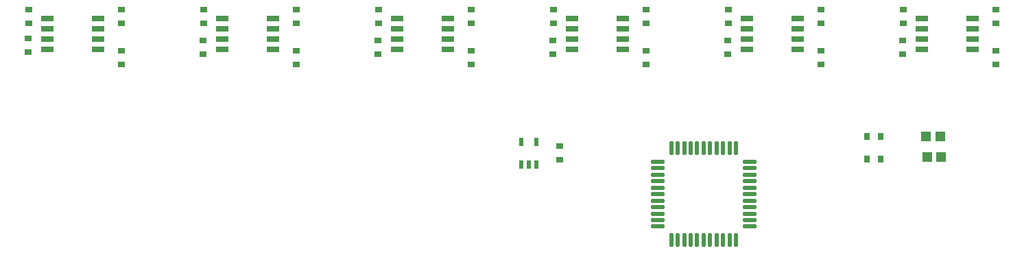
<source format=gtp>
G04 Layer_Color=8421504*
%FSLAX24Y24*%
%MOIN*%
G70*
G01*
G75*
%ADD10R,0.0492X0.0472*%
%ADD11R,0.0315X0.0374*%
%ADD12R,0.0374X0.0315*%
%ADD13R,0.0236X0.0433*%
%ADD14R,0.0591X0.0315*%
%ADD15O,0.0689X0.0217*%
%ADD16O,0.0217X0.0689*%
D10*
X59000Y5800D02*
D03*
X58311D02*
D03*
X59044Y4800D02*
D03*
X58356D02*
D03*
D11*
X56100Y4700D02*
D03*
X55431D02*
D03*
X56100Y5800D02*
D03*
X55431D02*
D03*
D12*
X61700Y9985D02*
D03*
Y9315D02*
D03*
X53200Y9985D02*
D03*
Y9315D02*
D03*
X44700Y9985D02*
D03*
Y9315D02*
D03*
X36200Y9985D02*
D03*
Y9315D02*
D03*
X27700Y9985D02*
D03*
Y9315D02*
D03*
X19200Y9985D02*
D03*
Y9315D02*
D03*
X57177Y10485D02*
D03*
Y9815D02*
D03*
X48677Y10485D02*
D03*
Y9815D02*
D03*
X40177Y10485D02*
D03*
Y9815D02*
D03*
X31677Y10485D02*
D03*
Y9815D02*
D03*
X23177Y10485D02*
D03*
Y9815D02*
D03*
X14677Y10573D02*
D03*
Y9904D02*
D03*
X61700Y11315D02*
D03*
Y11985D02*
D03*
X53200Y11315D02*
D03*
Y11985D02*
D03*
X44700Y11315D02*
D03*
Y11985D02*
D03*
X36200Y11315D02*
D03*
Y11985D02*
D03*
X27700Y11315D02*
D03*
Y11985D02*
D03*
X19200Y11315D02*
D03*
Y11985D02*
D03*
X57200Y11985D02*
D03*
Y11315D02*
D03*
X48700Y11985D02*
D03*
Y11315D02*
D03*
X40200Y11985D02*
D03*
Y11315D02*
D03*
X31700Y11985D02*
D03*
Y11315D02*
D03*
X23200Y11985D02*
D03*
Y11315D02*
D03*
X14700Y11985D02*
D03*
Y11315D02*
D03*
X40500Y5335D02*
D03*
Y4665D02*
D03*
D13*
X39374Y4449D02*
D03*
X39000D02*
D03*
X38626D02*
D03*
Y5551D02*
D03*
X39374D02*
D03*
D14*
X15600Y11550D02*
D03*
Y11050D02*
D03*
Y10550D02*
D03*
Y10050D02*
D03*
X18061Y11550D02*
D03*
Y11050D02*
D03*
Y10550D02*
D03*
Y10050D02*
D03*
X24100Y11550D02*
D03*
Y11050D02*
D03*
Y10550D02*
D03*
Y10050D02*
D03*
X26561Y11550D02*
D03*
Y11050D02*
D03*
Y10550D02*
D03*
Y10050D02*
D03*
X32600Y11550D02*
D03*
Y11050D02*
D03*
Y10550D02*
D03*
Y10050D02*
D03*
X35061Y11550D02*
D03*
Y11050D02*
D03*
Y10550D02*
D03*
Y10050D02*
D03*
X41100Y11550D02*
D03*
Y11050D02*
D03*
Y10550D02*
D03*
Y10050D02*
D03*
X43561Y11550D02*
D03*
Y11050D02*
D03*
Y10550D02*
D03*
Y10050D02*
D03*
X49600Y11550D02*
D03*
Y11050D02*
D03*
Y10550D02*
D03*
Y10050D02*
D03*
X52061Y11550D02*
D03*
Y11050D02*
D03*
Y10550D02*
D03*
Y10050D02*
D03*
X58100Y11550D02*
D03*
Y11050D02*
D03*
Y10550D02*
D03*
Y10050D02*
D03*
X60561Y11550D02*
D03*
Y11050D02*
D03*
Y10550D02*
D03*
Y10050D02*
D03*
D15*
X45276Y1425D02*
D03*
Y1740D02*
D03*
Y2055D02*
D03*
Y2370D02*
D03*
Y2685D02*
D03*
Y3000D02*
D03*
Y3315D02*
D03*
Y3630D02*
D03*
Y3945D02*
D03*
Y4260D02*
D03*
Y4575D02*
D03*
X49724D02*
D03*
Y4260D02*
D03*
Y3945D02*
D03*
Y3630D02*
D03*
Y3315D02*
D03*
Y3000D02*
D03*
Y2685D02*
D03*
Y2370D02*
D03*
Y2055D02*
D03*
Y1740D02*
D03*
Y1425D02*
D03*
D16*
X45925Y5224D02*
D03*
X46240D02*
D03*
X46555D02*
D03*
X46870D02*
D03*
X47185D02*
D03*
X47500D02*
D03*
X47815D02*
D03*
X48130D02*
D03*
X48445D02*
D03*
X48760D02*
D03*
X49075D02*
D03*
Y776D02*
D03*
X48760D02*
D03*
X48445D02*
D03*
X48130D02*
D03*
X47815D02*
D03*
X47500D02*
D03*
X47185D02*
D03*
X46870D02*
D03*
X46555D02*
D03*
X46240D02*
D03*
X45925D02*
D03*
M02*

</source>
